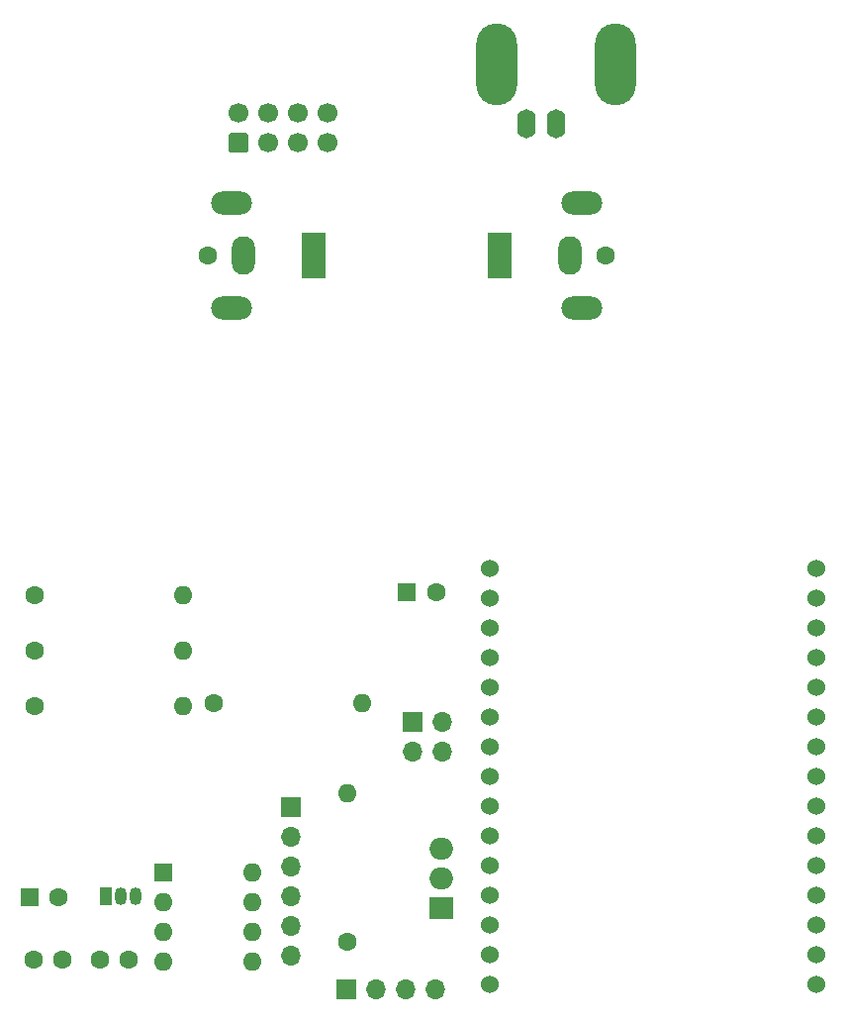
<source format=gbr>
%TF.GenerationSoftware,KiCad,Pcbnew,(5.1.12)-1*%
%TF.CreationDate,2022-04-29T07:44:41-07:00*%
%TF.ProjectId,Conductivity_Sensor_V1,436f6e64-7563-4746-9976-6974795f5365,rev?*%
%TF.SameCoordinates,Original*%
%TF.FileFunction,Soldermask,Bot*%
%TF.FilePolarity,Negative*%
%FSLAX46Y46*%
G04 Gerber Fmt 4.6, Leading zero omitted, Abs format (unit mm)*
G04 Created by KiCad (PCBNEW (5.1.12)-1) date 2022-04-29 07:44:41*
%MOMM*%
%LPD*%
G01*
G04 APERTURE LIST*
%ADD10O,1.700000X1.700000*%
%ADD11R,1.700000X1.700000*%
%ADD12O,2.000000X1.905000*%
%ADD13R,2.000000X1.905000*%
%ADD14O,1.600000X1.600000*%
%ADD15R,1.600000X1.600000*%
%ADD16C,1.524000*%
%ADD17C,1.600000*%
%ADD18R,1.050000X1.500000*%
%ADD19O,1.050000X1.500000*%
%ADD20C,1.700000*%
%ADD21O,3.500000X2.000000*%
%ADD22O,2.000000X3.300000*%
%ADD23R,2.000000X4.000000*%
%ADD24O,1.600000X2.500000*%
%ADD25O,3.500000X7.000000*%
G04 APERTURE END LIST*
D10*
%TO.C,J11*%
X-6570000Y-207270000D03*
X-9110000Y-207270000D03*
X-6570000Y-204730000D03*
D11*
X-9110000Y-204730000D03*
%TD*%
D12*
%TO.C,Voltage_regulator1*%
X-6640000Y-215510000D03*
X-6640000Y-218050000D03*
D13*
X-6640000Y-220590000D03*
%TD*%
D14*
%TO.C,U3*%
X-22780000Y-217600000D03*
X-30400000Y-225220000D03*
X-22780000Y-220140000D03*
X-30400000Y-222680000D03*
X-22780000Y-222680000D03*
X-30400000Y-220140000D03*
X-22780000Y-225220000D03*
D15*
X-30400000Y-217600000D03*
%TD*%
D16*
%TO.C,U2*%
X25450800Y-191567000D03*
X25450800Y-194107000D03*
X25450800Y-196647000D03*
X25450800Y-199187000D03*
X25450800Y-201727000D03*
X25450800Y-204267000D03*
X25450800Y-206807000D03*
X25450800Y-209347000D03*
X25450800Y-211887000D03*
X25450800Y-214427000D03*
X25450800Y-216967000D03*
X25450800Y-219507000D03*
X25450800Y-222047000D03*
X25450800Y-224587000D03*
X25450800Y-227127000D03*
X-2489200Y-227127000D03*
X-2489200Y-224587000D03*
X-2489200Y-222047000D03*
X-2489200Y-219507000D03*
X-2489200Y-216967000D03*
X-2489200Y-214427000D03*
X-2489200Y-211887000D03*
X-2489200Y-209347000D03*
X-2489200Y-206807000D03*
X-2489200Y-204267000D03*
X-2489200Y-201727000D03*
X-2489200Y-199187000D03*
X-2489200Y-196647000D03*
X-2489200Y-194107000D03*
X-2489200Y-191567000D03*
%TD*%
D14*
%TO.C,R7*%
X-28745000Y-193875000D03*
D17*
X-41445000Y-193875000D03*
%TD*%
D14*
%TO.C,R6*%
X-28745000Y-198625000D03*
D17*
X-41445000Y-198625000D03*
%TD*%
D14*
%TO.C,R5*%
X-28745000Y-203375000D03*
D17*
X-41445000Y-203375000D03*
%TD*%
D14*
%TO.C,R2*%
X-13375000Y-203115000D03*
D17*
X-26075000Y-203115000D03*
%TD*%
D14*
%TO.C,R1*%
X-14640000Y-210810000D03*
D17*
X-14640000Y-223510000D03*
%TD*%
D18*
%TO.C,Q1*%
X-35375000Y-219635000D03*
D19*
X-32835000Y-219635000D03*
X-34105000Y-219635000D03*
%TD*%
D20*
%TO.C,J12*%
X-16380000Y-152660000D03*
X-18920000Y-152660000D03*
X-21460000Y-152660000D03*
X-24000000Y-152660000D03*
X-16380000Y-155200000D03*
X-18920000Y-155200000D03*
X-21460000Y-155200000D03*
G36*
G01*
X-23400000Y-156050000D02*
X-24600000Y-156050000D01*
G75*
G02*
X-24850000Y-155800000I0J250000D01*
G01*
X-24850000Y-154600000D01*
G75*
G02*
X-24600000Y-154350000I250000J0D01*
G01*
X-23400000Y-154350000D01*
G75*
G02*
X-23150000Y-154600000I0J-250000D01*
G01*
X-23150000Y-155800000D01*
G75*
G02*
X-23400000Y-156050000I-250000J0D01*
G01*
G37*
%TD*%
D10*
%TO.C,J10*%
X-19530000Y-224710000D03*
X-19530000Y-222170000D03*
X-19530000Y-219630000D03*
X-19530000Y-217090000D03*
X-19530000Y-214550000D03*
D11*
X-19530000Y-212010000D03*
%TD*%
D17*
%TO.C,J9*%
X7400000Y-164800000D03*
D21*
X5400000Y-160300000D03*
X5400000Y-169300000D03*
D22*
X4400000Y-164800000D03*
D23*
X-1600000Y-164800000D03*
%TD*%
D24*
%TO.C,J8*%
X660000Y-153600000D03*
X3200000Y-153600000D03*
D25*
X8280000Y-148520000D03*
X-1880000Y-148520000D03*
%TD*%
D17*
%TO.C,J7*%
X-26600000Y-164800000D03*
D21*
X-24600000Y-169300000D03*
X-24600000Y-160300000D03*
D22*
X-23600000Y-164800000D03*
D23*
X-17600000Y-164800000D03*
%TD*%
D10*
%TO.C,J6*%
X-7130000Y-227590000D03*
X-9670000Y-227590000D03*
X-12210000Y-227590000D03*
D11*
X-14750000Y-227590000D03*
%TD*%
D17*
%TO.C,C4*%
X-39025000Y-225045000D03*
X-41525000Y-225045000D03*
%TD*%
%TO.C,C3*%
X-33375000Y-225045000D03*
X-35875000Y-225045000D03*
%TD*%
%TO.C,C2*%
X-39375200Y-219655000D03*
D15*
X-41875200Y-219655000D03*
%TD*%
D17*
%TO.C,C1*%
X-7100000Y-193600000D03*
D15*
X-9600000Y-193600000D03*
%TD*%
M02*

</source>
